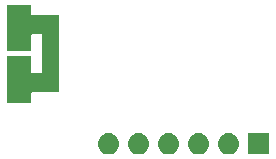
<source format=gbr>
%TF.GenerationSoftware,KiCad,Pcbnew,5.1.4-3.fc31*%
%TF.CreationDate,2019-11-20T03:39:40+01:00*%
%TF.ProjectId,microUSB-to-pcb-adapter,6d696372-6f55-4534-922d-746f2d706362,1.0*%
%TF.SameCoordinates,PX5ad6650PY59a0560*%
%TF.FileFunction,Soldermask,Top*%
%TF.FilePolarity,Negative*%
%FSLAX46Y46*%
G04 Gerber Fmt 4.6, Leading zero omitted, Abs format (unit mm)*
G04 Created by KiCad (PCBNEW 5.1.4-3.fc31) date 2019-11-20 03:39:40*
%MOMM*%
%LPD*%
G04 APERTURE LIST*
%ADD10C,0.150000*%
G04 APERTURE END LIST*
D10*
G36*
X19160443Y3434481D02*
G01*
X19226627Y3427963D01*
X19396466Y3376443D01*
X19552991Y3292778D01*
X19588729Y3263448D01*
X19690186Y3180186D01*
X19773448Y3078729D01*
X19802778Y3042991D01*
X19886443Y2886466D01*
X19937963Y2716627D01*
X19955359Y2540000D01*
X19937963Y2363373D01*
X19886443Y2193534D01*
X19802778Y2037009D01*
X19773448Y2001271D01*
X19690186Y1899814D01*
X19588729Y1816552D01*
X19552991Y1787222D01*
X19396466Y1703557D01*
X19226627Y1652037D01*
X19160443Y1645519D01*
X19094260Y1639000D01*
X19005740Y1639000D01*
X18939557Y1645519D01*
X18873373Y1652037D01*
X18703534Y1703557D01*
X18547009Y1787222D01*
X18511271Y1816552D01*
X18409814Y1899814D01*
X18326552Y2001271D01*
X18297222Y2037009D01*
X18213557Y2193534D01*
X18162037Y2363373D01*
X18144641Y2540000D01*
X18162037Y2716627D01*
X18213557Y2886466D01*
X18297222Y3042991D01*
X18326552Y3078729D01*
X18409814Y3180186D01*
X18511271Y3263448D01*
X18547009Y3292778D01*
X18703534Y3376443D01*
X18873373Y3427963D01*
X18939557Y3434481D01*
X19005740Y3441000D01*
X19094260Y3441000D01*
X19160443Y3434481D01*
X19160443Y3434481D01*
G37*
G36*
X9000443Y3434481D02*
G01*
X9066627Y3427963D01*
X9236466Y3376443D01*
X9392991Y3292778D01*
X9428729Y3263448D01*
X9530186Y3180186D01*
X9613448Y3078729D01*
X9642778Y3042991D01*
X9726443Y2886466D01*
X9777963Y2716627D01*
X9795359Y2540000D01*
X9777963Y2363373D01*
X9726443Y2193534D01*
X9642778Y2037009D01*
X9613448Y2001271D01*
X9530186Y1899814D01*
X9428729Y1816552D01*
X9392991Y1787222D01*
X9236466Y1703557D01*
X9066627Y1652037D01*
X9000443Y1645519D01*
X8934260Y1639000D01*
X8845740Y1639000D01*
X8779557Y1645519D01*
X8713373Y1652037D01*
X8543534Y1703557D01*
X8387009Y1787222D01*
X8351271Y1816552D01*
X8249814Y1899814D01*
X8166552Y2001271D01*
X8137222Y2037009D01*
X8053557Y2193534D01*
X8002037Y2363373D01*
X7984641Y2540000D01*
X8002037Y2716627D01*
X8053557Y2886466D01*
X8137222Y3042991D01*
X8166552Y3078729D01*
X8249814Y3180186D01*
X8351271Y3263448D01*
X8387009Y3292778D01*
X8543534Y3376443D01*
X8713373Y3427963D01*
X8779557Y3434481D01*
X8845740Y3441000D01*
X8934260Y3441000D01*
X9000443Y3434481D01*
X9000443Y3434481D01*
G37*
G36*
X11540443Y3434481D02*
G01*
X11606627Y3427963D01*
X11776466Y3376443D01*
X11932991Y3292778D01*
X11968729Y3263448D01*
X12070186Y3180186D01*
X12153448Y3078729D01*
X12182778Y3042991D01*
X12266443Y2886466D01*
X12317963Y2716627D01*
X12335359Y2540000D01*
X12317963Y2363373D01*
X12266443Y2193534D01*
X12182778Y2037009D01*
X12153448Y2001271D01*
X12070186Y1899814D01*
X11968729Y1816552D01*
X11932991Y1787222D01*
X11776466Y1703557D01*
X11606627Y1652037D01*
X11540443Y1645519D01*
X11474260Y1639000D01*
X11385740Y1639000D01*
X11319557Y1645519D01*
X11253373Y1652037D01*
X11083534Y1703557D01*
X10927009Y1787222D01*
X10891271Y1816552D01*
X10789814Y1899814D01*
X10706552Y2001271D01*
X10677222Y2037009D01*
X10593557Y2193534D01*
X10542037Y2363373D01*
X10524641Y2540000D01*
X10542037Y2716627D01*
X10593557Y2886466D01*
X10677222Y3042991D01*
X10706552Y3078729D01*
X10789814Y3180186D01*
X10891271Y3263448D01*
X10927009Y3292778D01*
X11083534Y3376443D01*
X11253373Y3427963D01*
X11319557Y3434481D01*
X11385740Y3441000D01*
X11474260Y3441000D01*
X11540443Y3434481D01*
X11540443Y3434481D01*
G37*
G36*
X14080443Y3434481D02*
G01*
X14146627Y3427963D01*
X14316466Y3376443D01*
X14472991Y3292778D01*
X14508729Y3263448D01*
X14610186Y3180186D01*
X14693448Y3078729D01*
X14722778Y3042991D01*
X14806443Y2886466D01*
X14857963Y2716627D01*
X14875359Y2540000D01*
X14857963Y2363373D01*
X14806443Y2193534D01*
X14722778Y2037009D01*
X14693448Y2001271D01*
X14610186Y1899814D01*
X14508729Y1816552D01*
X14472991Y1787222D01*
X14316466Y1703557D01*
X14146627Y1652037D01*
X14080443Y1645519D01*
X14014260Y1639000D01*
X13925740Y1639000D01*
X13859557Y1645519D01*
X13793373Y1652037D01*
X13623534Y1703557D01*
X13467009Y1787222D01*
X13431271Y1816552D01*
X13329814Y1899814D01*
X13246552Y2001271D01*
X13217222Y2037009D01*
X13133557Y2193534D01*
X13082037Y2363373D01*
X13064641Y2540000D01*
X13082037Y2716627D01*
X13133557Y2886466D01*
X13217222Y3042991D01*
X13246552Y3078729D01*
X13329814Y3180186D01*
X13431271Y3263448D01*
X13467009Y3292778D01*
X13623534Y3376443D01*
X13793373Y3427963D01*
X13859557Y3434481D01*
X13925740Y3441000D01*
X14014260Y3441000D01*
X14080443Y3434481D01*
X14080443Y3434481D01*
G37*
G36*
X16620443Y3434481D02*
G01*
X16686627Y3427963D01*
X16856466Y3376443D01*
X17012991Y3292778D01*
X17048729Y3263448D01*
X17150186Y3180186D01*
X17233448Y3078729D01*
X17262778Y3042991D01*
X17346443Y2886466D01*
X17397963Y2716627D01*
X17415359Y2540000D01*
X17397963Y2363373D01*
X17346443Y2193534D01*
X17262778Y2037009D01*
X17233448Y2001271D01*
X17150186Y1899814D01*
X17048729Y1816552D01*
X17012991Y1787222D01*
X16856466Y1703557D01*
X16686627Y1652037D01*
X16620443Y1645519D01*
X16554260Y1639000D01*
X16465740Y1639000D01*
X16399557Y1645519D01*
X16333373Y1652037D01*
X16163534Y1703557D01*
X16007009Y1787222D01*
X15971271Y1816552D01*
X15869814Y1899814D01*
X15786552Y2001271D01*
X15757222Y2037009D01*
X15673557Y2193534D01*
X15622037Y2363373D01*
X15604641Y2540000D01*
X15622037Y2716627D01*
X15673557Y2886466D01*
X15757222Y3042991D01*
X15786552Y3078729D01*
X15869814Y3180186D01*
X15971271Y3263448D01*
X16007009Y3292778D01*
X16163534Y3376443D01*
X16333373Y3427963D01*
X16399557Y3434481D01*
X16465740Y3441000D01*
X16554260Y3441000D01*
X16620443Y3434481D01*
X16620443Y3434481D01*
G37*
G36*
X22491000Y1639000D02*
G01*
X20689000Y1639000D01*
X20689000Y3441000D01*
X22491000Y3441000D01*
X22491000Y1639000D01*
X22491000Y1639000D01*
G37*
G36*
X2341000Y13535999D02*
G01*
X2343402Y13511613D01*
X2350515Y13488164D01*
X2362066Y13466553D01*
X2377611Y13447611D01*
X2396553Y13432066D01*
X2418164Y13420515D01*
X2441613Y13413402D01*
X2465999Y13411000D01*
X4741000Y13411000D01*
X4741000Y6909000D01*
X2465999Y6909000D01*
X2441613Y6906598D01*
X2418164Y6899485D01*
X2396553Y6887934D01*
X2377611Y6872389D01*
X2362066Y6853447D01*
X2350515Y6831836D01*
X2343402Y6808387D01*
X2341000Y6784001D01*
X2341000Y6011500D01*
X339000Y6011500D01*
X339000Y9958500D01*
X2341000Y9958500D01*
X2341000Y8610999D01*
X2343402Y8586613D01*
X2350515Y8563164D01*
X2362066Y8541553D01*
X2377611Y8522611D01*
X2396553Y8507066D01*
X2418164Y8495515D01*
X2441613Y8488402D01*
X2465999Y8486000D01*
X3134001Y8486000D01*
X3158387Y8488402D01*
X3181836Y8495515D01*
X3203447Y8507066D01*
X3222389Y8522611D01*
X3237934Y8541553D01*
X3249485Y8563164D01*
X3256598Y8586613D01*
X3259000Y8610999D01*
X3259000Y11709001D01*
X3256598Y11733387D01*
X3249485Y11756836D01*
X3237934Y11778447D01*
X3222389Y11797389D01*
X3203447Y11812934D01*
X3181836Y11824485D01*
X3158387Y11831598D01*
X3134001Y11834000D01*
X2465999Y11834000D01*
X2441613Y11831598D01*
X2418164Y11824485D01*
X2396553Y11812934D01*
X2377611Y11797389D01*
X2362066Y11778447D01*
X2350515Y11756836D01*
X2343402Y11733387D01*
X2341000Y11709001D01*
X2341000Y10361500D01*
X339000Y10361500D01*
X339000Y14308500D01*
X2341000Y14308500D01*
X2341000Y13535999D01*
X2341000Y13535999D01*
G37*
M02*

</source>
